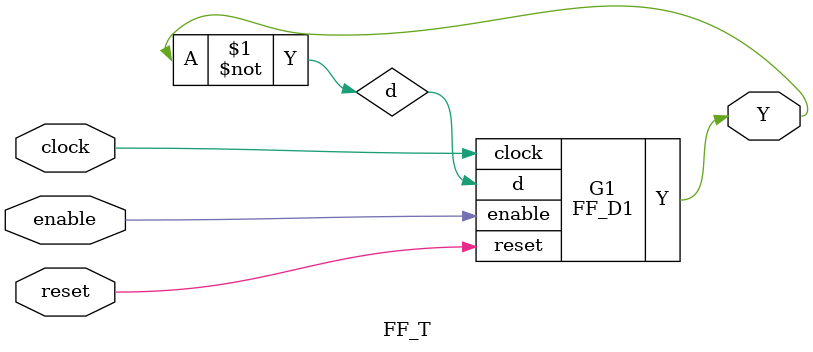
<source format=v>
/* Margareth Vela
Carné: 19458

Flip Flop tipo D de 1 bit */

module FF_D1(input wire clock, reset, enable, d, output reg Y);
  always @ (posedge clock, posedge reset) begin
    if(reset) begin
      Y <= 1'b0;
    end
    else if (enable == 1) begin
      Y <= d;
    end
    else if (enable == 0) begin
      Y <= Y;
    end
  end
endmodule

//Ejercicio 2 - Flip Flop tipo T de 1 bit

module FF_T(input wire clock, reset, enable, output wire Y);
  wire d;
  assign d = ~Y;
  FF_D1 G1(clock, reset, enable, d, Y);
  
endmodule

</source>
